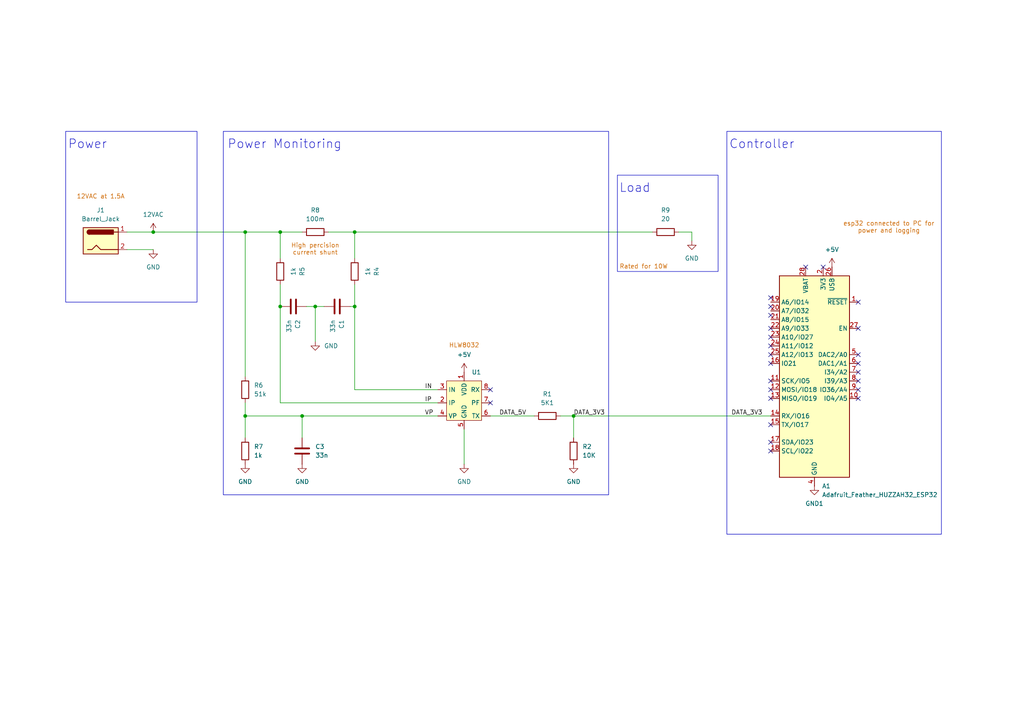
<source format=kicad_sch>
(kicad_sch (version 20231120) (generator "eeschema") (generator_version "8.0")
  (paper "A4")
  (title_block (title "Mains_Mon_Test_Ckt") (date "2025-01-15") (rev "0"))
  (lib_symbols
    (symbol "Connector:Barrel_Jack" (pin_names (offset 1.016))
      (property "Reference" "J" (at 0 5.334 0))
      (property "Value" "Barrel_Jack" (at 0 -5.08 0))
      (symbol "Barrel_Jack_0_1"
        (rectangle (start -5.08 3.81) (end 5.08 -3.81) (stroke (width 0.254)) (fill (type background)))
        (arc (start -3.302 3.175) (mid -3.9343 2.54) (end -3.302 1.905) (stroke (width 0.254)))
        (arc (start -3.302 3.175) (mid -3.9343 2.54) (end -3.302 1.905) (stroke (width 0.254)) (fill (type outline)))
        (polyline (pts (xy 5.08 2.54) (xy 3.81 2.54)) (stroke (width 0.254)))
        (polyline (pts (xy -3.81 -2.54) (xy -2.54 -2.54) (xy -1.27 -1.27) (xy 0 -2.54) (xy 2.54 -2.54) (xy 5.08 -2.54)) (stroke (width 0.254)))
        (rectangle (start 3.683 3.175) (end -3.302 1.905) (stroke (width 0.254)) (fill (type outline)))
      )
      (symbol "Barrel_Jack_1_1"
        (pin passive line (at 7.62 2.54 180) (length 2.54) (name "~") (number "1"))
        (pin passive line (at 7.62 -2.54 180) (length 2.54) (name "~") (number "2"))
      )
    )
    (symbol "Device:C" (pin_numbers hide) (pin_names (offset 0.254))
      (property "Reference" "C" (at 0.635 2.54 0))
      (property "Value" "C" (at 0.635 -2.54 0))
      (symbol "C_0_1"
        (polyline (pts (xy -2.032 -0.762) (xy 2.032 -0.762)) (stroke (width 0.508)))
        (polyline (pts (xy -2.032 0.762) (xy 2.032 0.762)) (stroke (width 0.508)))
      )
      (symbol "C_1_1"
        (pin passive line (at 0 3.81 270) (length 2.794) (name "~") (number "1"))
        (pin passive line (at 0 -3.81 90) (length 2.794) (name "~") (number "2"))
      )
    )
    (symbol "Device:R" (pin_numbers hide) (pin_names (offset 0))
      (property "Reference" "R" (at 2.032 0 90))
      (property "Value" "R" (at 0 0 90))
      (symbol "R_0_1"
        (rectangle (start -1.016 -2.54) (end 1.016 2.54) (stroke (width 0.254)))
      )
      (symbol "R_1_1"
        (pin passive line (at 0 3.81 270) (length 1.27) (name "~") (number "1"))
        (pin passive line (at 0 -3.81 90) (length 1.27) (name "~") (number "2"))
      )
    )
    (symbol "MCU_Module:Adafruit_Feather_HUZZAH32_ESP32"
      (property "Reference" "A" (at -10.16 29.21 0))
      (property "Value" "Adafruit_Feather_HUZZAH32_ESP32" (at 2.54 -31.75 0))
      (symbol "Adafruit_Feather_HUZZAH32_ESP32_0_1"
        (rectangle (start -10.16 27.94) (end 10.16 -30.48) (stroke (width 0.254)) (fill (type background)))
      )
      (symbol "Adafruit_Feather_HUZZAH32_ESP32_1_1"
        (pin input line (at 12.7 20.32 180) (length 2.54) (name "~{RESET}") (number "1"))
        (pin bidirectional line (at 12.7 -7.62 180) (length 2.54) (name "IO4/A5") (number "10"))
        (pin bidirectional line (at -12.7 -2.54 0) (length 2.54) (name "SCK/IO5") (number "11"))
        (pin bidirectional line (at -12.7 -5.08 0) (length 2.54) (name "MOSI/IO18") (number "12"))
        (pin bidirectional line (at -12.7 -7.62 0) (length 2.54) (name "MISO/IO19") (number "13"))
        (pin bidirectional line (at -12.7 -12.7 0) (length 2.54) (name "RX/IO16") (number "14"))
        (pin bidirectional line (at -12.7 -15.24 0) (length 2.54) (name "TX/IO17") (number "15"))
        (pin bidirectional line (at -12.7 2.54 0) (length 2.54) (name "IO21") (number "16"))
        (pin bidirectional line (at -12.7 -20.32 0) (length 2.54) (name "SDA/IO23") (number "17"))
        (pin bidirectional line (at -12.7 -22.86 0) (length 2.54) (name "SCL/IO22") (number "18"))
        (pin bidirectional line (at -12.7 20.32 0) (length 2.54) (name "A6/IO14") (number "19"))
        (pin power_in line (at 2.54 30.48 270) (length 2.54) (name "3V3") (number "2"))
        (pin bidirectional line (at -12.7 17.78 0) (length 2.54) (name "A7/IO32") (number "20"))
        (pin bidirectional line (at -12.7 15.24 0) (length 2.54) (name "A8/IO15") (number "21"))
        (pin bidirectional line (at -12.7 12.7 0) (length 2.54) (name "A9/IO33") (number "22"))
        (pin bidirectional line (at -12.7 10.16 0) (length 2.54) (name "A10/IO27") (number "23"))
        (pin bidirectional line (at -12.7 7.62 0) (length 2.54) (name "A11/IO12") (number "24"))
        (pin bidirectional line (at -12.7 5.08 0) (length 2.54) (name "A12/IO13") (number "25"))
        (pin power_in line (at 5.08 30.48 270) (length 2.54) (name "USB") (number "26"))
        (pin input line (at 12.7 12.7 180) (length 2.54) (name "EN") (number "27"))
        (pin power_in line (at -2.54 30.48 270) (length 2.54) (name "VBAT") (number "28"))
        (pin no_connect line (at 10.16 10.16 180) (length 2.54) hide (name "NC") (number "3"))
        (pin power_in line (at 0 -33.02 90) (length 2.54) (name "GND") (number "4"))
        (pin bidirectional line (at 12.7 5.08 180) (length 2.54) (name "DAC2/A0") (number "5"))
        (pin bidirectional line (at 12.7 2.54 180) (length 2.54) (name "DAC1/A1") (number "6"))
        (pin bidirectional line (at 12.7 0 180) (length 2.54) (name "I34/A2") (number "7"))
        (pin bidirectional line (at 12.7 -2.54 180) (length 2.54) (name "I39/A3") (number "8"))
        (pin bidirectional line (at 12.7 -5.08 180) (length 2.54) (name "IO36/A4") (number "9"))
      )
    )
    (symbol "power:+12VA" (power) (pin_numbers hide) (pin_names (offset 0) hide)
      (property "Value" "+12VA" (at 0 3.556 0))
      (symbol "+12VA_0_1"
        (polyline (pts (xy -0.762 1.27) (xy 0 2.54)))
        (polyline (pts (xy 0 0) (xy 0 2.54)))
        (polyline (pts (xy 0 2.54) (xy 0.762 1.27)))
      )
      (symbol "+12VA_1_1"
        (pin power_in line (at 0 0 90) (length 0) (name "~") (number "1"))
      )
    )
    (symbol "power:+5V" (power) (pin_numbers hide) (pin_names (offset 0) hide)
      (property "Value" "+5V" (at 0 3.556 0))
      (symbol "+5V_0_1"
        (polyline (pts (xy -0.762 1.27) (xy 0 2.54)))
        (polyline (pts (xy 0 0) (xy 0 2.54)))
        (polyline (pts (xy 0 2.54) (xy 0.762 1.27)))
      )
      (symbol "+5V_1_1"
        (pin power_in line (at 0 0 90) (length 0) (name "~") (number "1"))
      )
    )
    (symbol "power:GND" (power) (pin_numbers hide) (pin_names (offset 0) hide)
      (property "Value" "GND" (at 0 -3.81 0))
      (symbol "GND_0_1"
        (polyline (pts (xy 0 0) (xy 0 -1.27) (xy 1.27 -1.27) (xy 0 -2.54) (xy -1.27 -1.27) (xy 0 -1.27)))
      )
      (symbol "GND_1_1"
        (pin power_in line (at 0 0 270) (length 0) (name "~") (number "1"))
      )
    )
    (symbol "power:GND1" (power) (pin_numbers hide) (pin_names (offset 0) hide)
      (property "Value" "GND1" (at 0 -3.81 0))
      (symbol "GND1_0_1"
        (polyline (pts (xy 0 0) (xy 0 -1.27) (xy 1.27 -1.27) (xy 0 -2.54) (xy -1.27 -1.27) (xy 0 -1.27)))
      )
      (symbol "GND1_1_1"
        (pin power_in line (at 0 0 270) (length 0) (name "~") (number "1"))
      )
    )
    (symbol "test_ckt_1:HLW8032"
      (property "Reference" "U1" (at 2.1941 8.89 0))
      (symbol "HLW8032_1_1"
        (rectangle (start -5.08 6.35) (end 5.08 -5.08) (fill (type background)))
        (pin power_in line (at 0 8.89 270) (length 2.54) (name "VDD") (number "1"))
        (pin input line (at -7.62 0 0) (length 2.54) (name "IP") (number "2"))
        (pin input line (at -7.62 3.81 0) (length 2.54) (name "IN") (number "3"))
        (pin input line (at -7.62 -3.81 0) (length 2.54) (name "VP") (number "4"))
        (pin power_in line (at 0 -7.62 90) (length 2.54) (name "GND") (number "5"))
        (pin output line (at 7.62 -3.81 180) (length 2.54) (name "TX") (number "6"))
        (pin output line (at 7.62 0 180) (length 2.54) (name "PF") (number "7"))
        (pin output line (at 7.62 3.81 180) (length 2.54) (name "RX") (number "8"))
      )
    )
  )
  (junction (at 81.28 88.9))
  (junction (at 44.45 67.31))
  (junction (at 71.12 120.65))
  (junction (at 102.87 67.31))
  (junction (at 166.37 120.65))
  (junction (at 87.63 120.65))
  (junction (at 71.12 67.31))
  (junction (at 91.44 88.9))
  (junction (at 81.28 67.31))
  (junction (at 102.87 88.9))
  (no_connect (at 223.52 95.25))
  (no_connect (at 248.92 105.41))
  (no_connect (at 223.52 128.27))
  (no_connect (at 223.52 113.03))
  (no_connect (at 223.52 110.49))
  (no_connect (at 238.76 77.47))
  (no_connect (at 223.52 86.36))
  (no_connect (at 223.52 91.44))
  (no_connect (at 223.52 123.19))
  (no_connect (at 223.52 97.79))
  (no_connect (at 233.68 77.47))
  (no_connect (at 223.52 88.9))
  (no_connect (at 223.52 105.41))
  (no_connect (at 142.24 116.84))
  (no_connect (at 248.92 115.57))
  (no_connect (at 223.52 115.57))
  (no_connect (at 248.92 95.25))
  (no_connect (at 248.92 87.63))
  (no_connect (at 248.92 113.03))
  (no_connect (at 142.24 113.03))
  (no_connect (at 248.92 110.49))
  (no_connect (at 223.52 130.81))
  (no_connect (at 223.52 102.87))
  (no_connect (at 248.92 102.87))
  (no_connect (at 223.52 100.33))
  (no_connect (at 248.92 107.95))
  (wire (pts (xy 36.83 72.39) (xy 44.45 72.39)))
  (wire (pts (xy 134.62 124.46) (xy 134.62 134.62)))
  (wire (pts (xy 91.44 88.9) (xy 91.44 99.06)))
  (wire (pts (xy 166.37 120.65) (xy 223.52 120.65)))
  (wire (pts (xy 91.44 88.9) (xy 93.98 88.9)))
  (wire (pts (xy 200.66 67.31) (xy 200.66 69.85)))
  (wire (pts (xy 87.63 120.65) (xy 127 120.65)))
  (wire (pts (xy 127 116.84) (xy 81.28 116.84)))
  (wire (pts (xy 102.87 67.31) (xy 102.87 74.93)))
  (wire (pts (xy 102.87 113.03) (xy 127 113.03)))
  (wire (pts (xy 196.85 67.31) (xy 200.66 67.31)))
  (wire (pts (xy 81.28 67.31) (xy 81.28 74.93)))
  (wire (pts (xy 36.83 67.31) (xy 44.45 67.31)))
  (wire (pts (xy 162.56 120.65) (xy 166.37 120.65)))
  (wire (pts (xy 71.12 120.65) (xy 71.12 127)))
  (wire (pts (xy 81.28 67.31) (xy 87.63 67.31)))
  (wire (pts (xy 71.12 109.22) (xy 71.12 67.31)))
  (wire (pts (xy 87.63 127) (xy 87.63 120.65)))
  (wire (pts (xy 101.6 88.9) (xy 102.87 88.9)))
  (wire (pts (xy 81.28 88.9) (xy 81.28 116.84)))
  (wire (pts (xy 166.37 120.65) (xy 166.37 127)))
  (wire (pts (xy 71.12 116.84) (xy 71.12 120.65)))
  (wire (pts (xy 102.87 67.31) (xy 189.23 67.31)))
  (wire (pts (xy 102.87 88.9) (xy 102.87 113.03)))
  (wire (pts (xy 88.9 88.9) (xy 91.44 88.9)))
  (wire (pts (xy 81.28 82.55) (xy 81.28 88.9)))
  (wire (pts (xy 102.87 82.55) (xy 102.87 88.9)))
  (wire (pts (xy 44.45 67.31) (xy 71.12 67.31)))
  (wire (pts (xy 95.25 67.31) (xy 102.87 67.31)))
  (wire (pts (xy 71.12 120.65) (xy 87.63 120.65)))
  (wire (pts (xy 71.12 67.31) (xy 81.28 67.31)))
  (wire (pts (xy 142.24 120.65) (xy 154.94 120.65)))
  (rectangle (start 179.07 50.8) (end 208.28 78.74))
  (rectangle (start 210.82 38.1) (end 273.05 154.94))
  (rectangle (start 19.05 38.1) (end 57.15 87.63))
  (rectangle (start 64.77 38.1) (end 176.53 143.51))
  (text "Power Monitoring\n" (at 82.55 41.91 0) (effects (font (size 2.54 2.54))))
  (text "esp32 connected to PC for\npower and logging" (at 257.81 66.04 0) (effects (font (size 1.27 1.27))))
  (text "HLW8032\n" (at 134.62 100.33 0) (effects (font (size 1.27 1.27))))
  (text "12VAC at 1.5A\n" (at 29.21 57.15 0) (effects (font (size 1.27 1.27))))
  (text "Controller\n" (at 220.98 41.91 0) (effects (font (size 2.54 2.54))))
  (text "High percision\ncurrent shunt" (at 91.44 72.39 0) (effects (font (size 1.27 1.27))))
  (text "Power\n" (at 25.4 41.91 0) (effects (font (size 2.54 2.54))))
  (text "Load" (at 184.15 54.61 0) (effects (font (size 2.54 2.54))))
  (text "Rated for 10W" (at 186.69 77.47 0) (effects (font (size 1.27 1.27))))
  (label "IN" (at 123.19 113.03 0))
  (label "DATA_3V3" (at 212.09 120.65 0))
  (label "DATA_3V3" (at 166.37 120.65 0))
  (label "DATA_5V" (at 144.78 120.65 0))
  (label "IP" (at 123.19 116.84 0))
  (label "VP" (at 123.19 120.65 0))
  (symbol (lib_id "power:+5V") (at 134.62 107.95 0) (unit 1)
    (property "Reference" "#PWR06" (effects (hide yes)))
    (property "Value" "+5V" (at 134.62 102.87 0))
    (property "Description" "Power symbol creates a global label with name \"+5V\"" (effects (hide yes)))
  )
  (symbol (lib_id "Device:R") (at 158.75 120.65 90) (unit 1)
    (property "Reference" "R1" (at 158.75 114.3 90))
    (property "Value" "5K1" (at 158.75 116.84 90))
    (property "Description" "Resistor" (effects (hide yes)))
  )
  (symbol (lib_id "Device:C") (at 97.79 88.9 270) (unit 1)
    (property "Reference" "C1" (at 99.0601 92.71 0) (effects (justify left)))
    (property "Value" "33n" (at 96.5201 92.71 0) (effects (justify left)))
    (property "Description" "Unpolarized capacitor" (effects (hide yes)))
  )
  (symbol (lib_id "Device:R") (at 71.12 113.03 180) (unit 1)
    (property "Reference" "R6" (at 73.66 111.7599 0) (effects (justify right)))
    (property "Value" "51k" (at 73.66 114.2999 0) (effects (justify right)))
    (property "Description" "Resistor" (effects (hide yes)))
  )
  (symbol (lib_id "power:GND") (at 87.63 134.62 0) (unit 1)
    (property "Reference" "#PWR09" (effects (hide yes)))
    (property "Value" "GND" (at 87.63 139.7 0))
    (property "Description" "Power symbol creates a global label with name \"GND\" , ground" (effects (hide yes)))
  )
  (symbol (lib_id "power:+12VA") (at 44.45 67.31 0) (unit 1)
    (property "Reference" "#PWR01" (effects (hide yes)))
    (property "Value" "12VAC" (at 44.45 62.23 0))
    (property "Description" "Power symbol creates a global label with name \"+12VA\"" (effects (hide yes)))
  )
  (symbol (lib_id "test_ckt_1:HLW8032") (at 134.62 116.84 0) (unit 1)
    (property "Reference" "U1" (at 136.8141 107.95 0) (effects (justify left)))
    (property "Value" "HLW8032" (effects (hide yes)))
    (property "Footprint" "Package_SO:SSOP-8_3.9x5.05mm_P1.27mm" (effects (hide yes)))
    (property "Datasheet" "https://w2.electrodragon.com/Chip-cn-dat/HLW-dat/HLW8032-dat/HLW8032.pdf" (effects (hide yes)))
    (property "Description" "A high-percision energy monitoring IC" (effects (hide yes)))
  )
  (symbol (lib_id "power:+5V") (at 241.3 77.47 0) (unit 1)
    (property "Reference" "#PWR011" (effects (hide yes)))
    (property "Value" "+5V" (at 241.3 72.39 0))
    (property "Description" "Power symbol creates a global label with name \"+5V\"" (effects (hide yes)))
  )
  (symbol (lib_id "power:GND") (at 134.62 134.62 0) (unit 1)
    (property "Reference" "#PWR05" (effects (hide yes)))
    (property "Value" "GND" (at 134.62 139.7 0))
    (property "Description" "Power symbol creates a global label with name \"GND\" , ground" (effects (hide yes)))
  )
  (symbol (lib_id "power:GND") (at 166.37 134.62 0) (unit 1)
    (property "Reference" "#PWR010" (effects (hide yes)))
    (property "Value" "GND" (at 166.37 139.7 0))
    (property "Description" "Power symbol creates a global label with name \"GND\" , ground" (effects (hide yes)))
  )
  (symbol (lib_id "power:GND1") (at 236.22 140.97 0) (unit 1)
    (property "Reference" "#PWR02" (effects (hide yes)))
    (property "Value" "GND1" (at 236.22 146.05 0))
    (property "Description" "Power symbol creates a global label with name \"GND1\" , ground" (effects (hide yes)))
  )
  (symbol (lib_id "power:GND") (at 71.12 134.62 0) (unit 1)
    (property "Reference" "#PWR08" (effects (hide yes)))
    (property "Value" "GND" (at 71.12 139.7 0))
    (property "Description" "Power symbol creates a global label with name \"GND\" , ground" (effects (hide yes)))
  )
  (symbol (lib_id "Device:R") (at 71.12 130.81 0) (unit 1)
    (property "Reference" "R7" (at 73.66 129.5399 0) (effects (justify left)))
    (property "Value" "1k" (at 73.66 132.0799 0) (effects (justify left)))
    (property "Description" "Resistor" (effects (hide yes)))
  )
  (symbol (lib_id "Connector:Barrel_Jack") (at 29.21 69.85 0) (unit 1)
    (property "Reference" "J1" (at 29.21 60.96 0))
    (property "Value" "Barrel_Jack" (at 29.21 63.5 0))
    (property "Description" "DC Barrel Jack" (effects (hide yes)))
  )
  (symbol (lib_id "power:GND") (at 200.66 69.85 0) (unit 1)
    (property "Reference" "#PWR04" (effects (hide yes)))
    (property "Value" "GND" (at 200.66 74.93 0))
    (property "Description" "Power symbol creates a global label with name \"GND\" , ground" (effects (hide yes)))
  )
  (symbol (lib_id "Device:C") (at 85.09 88.9 270) (unit 1)
    (property "Reference" "C2" (at 86.3601 92.71 0) (effects (justify left)))
    (property "Value" "33n" (at 83.8201 92.71 0) (effects (justify left)))
    (property "Description" "Unpolarized capacitor" (effects (hide yes)))
  )
  (symbol (lib_id "Device:R") (at 91.44 67.31 90) (unit 1)
    (property "Reference" "R8" (at 91.44 60.96 90))
    (property "Value" "100m" (at 91.44 63.5 90))
    (property "Description" "Resistor" (effects (hide yes)))
  )
  (symbol (lib_id "Device:R") (at 193.04 67.31 90) (unit 1)
    (property "Reference" "R9" (at 193.04 60.96 90))
    (property "Value" "20" (at 193.04 63.5 90))
    (property "Description" "Resistor" (effects (hide yes)))
  )
  (symbol (lib_id "MCU_Module:Adafruit_Feather_HUZZAH32_ESP32") (at 236.22 107.95 0) (unit 1)
    (property "Reference" "A1" (at 238.4141 140.97 0) (effects (justify left)))
    (property "Value" "Adafruit_Feather_HUZZAH32_ESP32" (at 238.4141 143.51 0) (effects (justify left)))
    (property "Footprint" "Module:Adafruit_Feather" (effects (hide yes)))
    (property "Datasheet" "https://cdn-learn.adafruit.com/downloads/pdf/adafruit-huzzah32-esp32-feather.pdf" (effects (hide yes)))
    (property "Description" "Microcontroller module with ESP32 MCU" (effects (hide yes)))
  )
  (symbol (lib_id "power:GND") (at 44.45 72.39 0) (unit 1)
    (property "Reference" "#PWR03" (effects (hide yes)))
    (property "Value" "GND" (at 44.45 77.47 0))
    (property "Description" "Power symbol creates a global label with name \"GND\" , ground" (effects (hide yes)))
  )
  (symbol (lib_id "Device:C") (at 87.63 130.81 0) (unit 1)
    (property "Reference" "C3" (at 91.44 129.5399 0) (effects (justify left)))
    (property "Value" "33n" (at 91.44 132.0799 0) (effects (justify left)))
    (property "Description" "Unpolarized capacitor" (effects (hide yes)))
  )
  (symbol (lib_id "Device:R") (at 81.28 78.74 0) (unit 1)
    (property "Reference" "R5" (at 87.63 78.74 90))
    (property "Value" "1k" (at 85.09 78.74 90))
    (property "Description" "Resistor" (effects (hide yes)))
  )
  (symbol (lib_id "Device:R") (at 102.87 78.74 0) (unit 1)
    (property "Reference" "R4" (at 109.22 78.74 90))
    (property "Value" "1k" (at 106.68 78.74 90))
    (property "Description" "Resistor" (effects (hide yes)))
  )
  (symbol (lib_id "power:GND") (at 91.44 99.06 0) (unit 1)
    (property "Reference" "#PWR07" (effects (hide yes)))
    (property "Value" "GND" (at 93.98 100.3299 0) (effects (justify left)))
    (property "Description" "Power symbol creates a global label with name \"GND\" , ground" (effects (hide yes)))
  )
  (symbol (lib_id "Device:R") (at 166.37 130.81 180) (unit 1)
    (property "Reference" "R2" (at 168.91 129.5399 0) (effects (justify right)))
    (property "Value" "10K" (at 168.91 132.0799 0) (effects (justify right)))
    (property "Description" "Resistor" (effects (hide yes)))
  )
)
</source>
